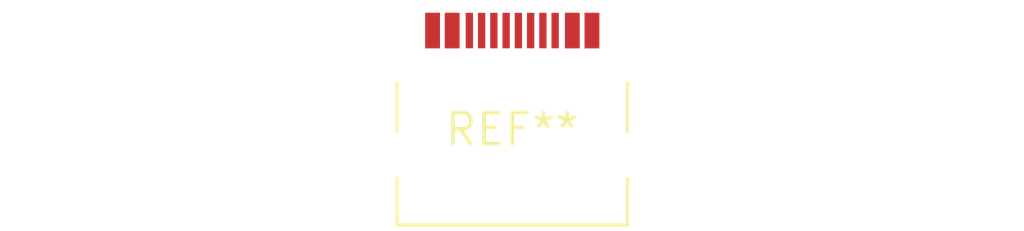
<source format=kicad_pcb>
(kicad_pcb (version 20240108) (generator pcbnew)
  (layers (0 "F.Cu" signal) (31 "B.Cu" signal) (34 "B.Paste" user) (35 "F.Paste" user) (36 "B.SilkS" user "B.Silkscreen") (37 "F.SilkS" user "F.Silkscreen") (38 "B.Mask" user) (39 "F.Mask" user) (44 "Edge.Cuts" user))
  (net 0 "")
  (footprint "USB_C_Receptacle_HRO_TYPE-C-31-M-12" (layer "F.Cu") (at 0 0)
    (property "Reference" "REF**")
    (property "Value" "USB_C_Receptacle_HRO_TYPE-C-31-M-12")
    (fp_line (start -4.7 -1.9) (end -4.7 0.1) (layer "F.SilkS") (stroke (width 0.12)))
    (fp_line (start -4.7 2) (end -4.7 3.9) (layer "F.SilkS") (stroke (width 0.12)))
    (fp_line (start -4.7 3.9) (end 4.7 3.9) (layer "F.SilkS") (stroke (width 0.12)))
    (fp_line (start 4.7 -1.9) (end 4.7 0.1) (layer "F.SilkS") (stroke (width 0.12)))
    (fp_line (start 4.7 2) (end 4.7 3.9) (layer "F.SilkS") (stroke (width 0.12)))
    (pad "" np_thru_hole circle (at -2.89 -2.6) (size 0.65 0.65) (drill 0.65) (layers *.Cu *.Mask))
    (pad "" np_thru_hole circle (at 2.89 -2.6) (size 0.65 0.65) (drill 0.65) (layers *.Cu *.Mask))
    (pad "A1" smd rect (at -3.25 -4.045) (size 0.6 1.45) (layers "F.Cu" "F.Paste" "F.Mask"))
    (pad "A4" smd rect (at -2.45 -4.045) (size 0.6 1.45) (layers "F.Cu" "F.Paste" "F.Mask"))
    (pad "A5" smd rect (at -1.25 -4.045) (size 0.3 1.45) (layers "F.Cu" "F.Paste" "F.Mask"))
    (pad "A6" smd rect (at -0.25 -4.045) (size 0.3 1.45) (layers "F.Cu" "F.Paste" "F.Mask"))
    (pad "A7" smd rect (at 0.25 -4.045) (size 0.3 1.45) (layers "F.Cu" "F.Paste" "F.Mask"))
    (pad "A8" smd rect (at 1.25 -4.045) (size 0.3 1.45) (layers "F.Cu" "F.Paste" "F.Mask"))
    (pad "A9" smd rect (at 2.45 -4.045) (size 0.6 1.45) (layers "F.Cu" "F.Paste" "F.Mask"))
    (pad "A12" smd rect (at 3.25 -4.045) (size 0.6 1.45) (layers "F.Cu" "F.Paste" "F.Mask"))
    (pad "B1" smd rect (at 3.25 -4.045) (size 0.6 1.45) (layers "F.Cu" "F.Paste" "F.Mask"))
    (pad "B4" smd rect (at 2.45 -4.045) (size 0.6 1.45) (layers "F.Cu" "F.Paste" "F.Mask"))
    (pad "B5" smd rect (at 1.75 -4.045) (size 0.3 1.45) (layers "F.Cu" "F.Paste" "F.Mask"))
    (pad "B6" smd rect (at 0.75 -4.045) (size 0.3 1.45) (layers "F.Cu" "F.Paste" "F.Mask"))
    (pad "B7" smd rect (at -0.75 -4.045) (size 0.3 1.45) (layers "F.Cu" "F.Paste" "F.Mask"))
    (pad "B8" smd rect (at -1.75 -4.045) (size 0.3 1.45) (layers "F.Cu" "F.Paste" "F.Mask"))
    (pad "B9" smd rect (at -2.45 -4.045) (size 0.6 1.45) (layers "F.Cu" "F.Paste" "F.Mask"))
    (pad "B12" smd rect (at -3.25 -4.045) (size 0.6 1.45) (layers "F.Cu" "F.Paste" "F.Mask"))
    (pad "S1" thru_hole oval (at -4.32 -3.13) (size 1 2.1) (drill oval 0.6 1.7) (layers *.Cu *.Mask) (remove_unused_layers))
    (pad "S1" thru_hole oval (at -4.32 1.05) (size 1 1.6) (drill oval 0.6 1.2) (layers *.Cu *.Mask) (remove_unused_layers))
    (pad "S1" thru_hole oval (at 4.32 -3.13) (size 1 2.1) (drill oval 0.6 1.7) (layers *.Cu *.Mask) (remove_unused_layers))
    (pad "S1" thru_hole oval (at 4.32 1.05) (size 1 1.6) (drill oval 0.6 1.2) (layers *.Cu *.Mask) (remove_unused_layers))
  )
)
</source>
